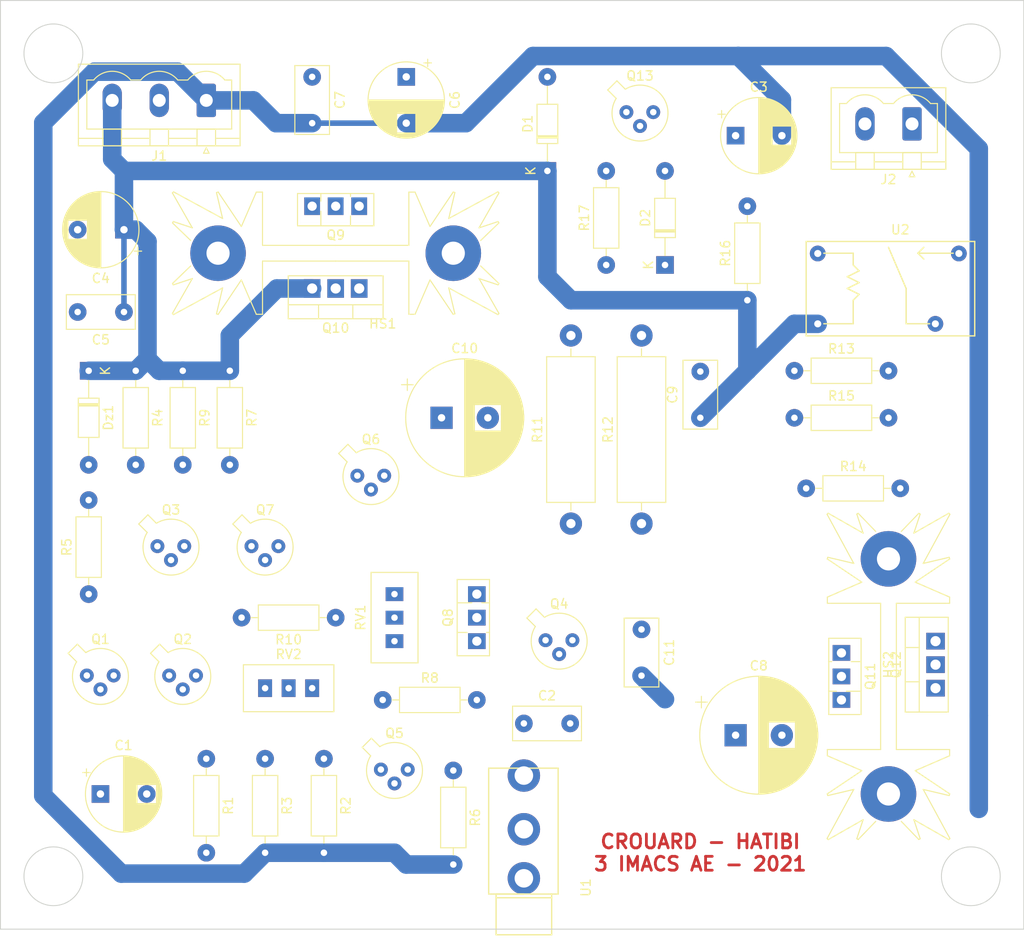
<source format=kicad_pcb>
(kicad_pcb (version 20171130) (host pcbnew "(5.1.9)-1")
  (title_block (title "Ampli Audio") (date 2021-03-17) (rev V0) (company "INSA GEI") (comment 1 "Auteurs : CROUARD - HATIBI"))
  (layers (0 F.Cu signal) (31 B.Cu signal) (34 B.Paste user) (35 F.Paste user) (36 B.SilkS user) (37 F.SilkS user) (38 B.Mask user) (39 F.Mask user) (44 Edge.Cuts user))
  (net 0 "")
  (net 1 "Net-(C1-Pad1)")
  (net 2 "Net-(C1-Pad2)")
  (net 3 "Net-(C2-Pad2)")
  (net 4 "Net-(C2-Pad1)")
  (net 5 -12V)
  (net 6 "Net-(C3-Pad1)")
  (net 7 +12V)
  (net 8 GND)
  (net 9 "Net-(D1-Pad2)")
  (net 10 "Net-(D2-Pad1)")
  (net 11 "Net-(Dz1-Pad2)")
  (net 12 "Net-(J2-Pad1)")
  (net 13 "Net-(Q1-Pad1)")
  (net 14 "Net-(Q2-Pad3)")
  (net 15 "Net-(Q2-Pad2)")
  (net 16 "Net-(Q3-Pad1)")
  (net 17 "Net-(Q4-Pad1)")
  (net 18 "Net-(Q5-Pad1)")
  (net 19 "Net-(Q6-Pad1)")
  (net 20 "Net-(Q6-Pad2)")
  (net 21 "Net-(Q6-Pad3)")
  (net 22 "Net-(Q7-Pad1)")
  (net 23 "Net-(Q8-Pad3)")
  (net 24 "Net-(Q10-Pad1)")
  (net 25 "Net-(Q10-Pad2)")
  (net 26 "Net-(Q11-Pad1)")
  (net 27 "Net-(Q11-Pad2)")
  (net 28 "Net-(R8-Pad2)")
  (net 29 "Net-(R10-Pad2)")
  (net 30 "Net-(R11-Pad2)")
  (net 31 "Net-(U1-PadTN)")
  (module CmpAmpliAudio:PhoenixContact_MSTBVA_2,5_2-G-5,08_1x02_P5.08mm_Vertical (layer F.Cu) (at 196.85 55.88 180)
    (fp_text reference J2 (at 2.54 -6) (layer F.SilkS))
    (fp_text value Conn_01x02)
    (pad 1 thru_hole roundrect (at 0 0 180) (size 2.08 3.6) (drill 1.4) (layers *.Cu *.Mask) (roundrect_rratio 0.120192) (net 12 "Net-(J2-Pad1)"))
    (pad 2 thru_hole oval (at 5.08 0 180) (size 2.08 3.6) (drill 1.4) (layers *.Cu *.Mask) (net 8 GND))
  )
  (module CmpAmpliAudio:CP_Radial_D8.0mm_P5.00mm (layer F.Cu) (at 109.22 128.27)
    (fp_text reference C1 (at 2.5 -5.25) (layer F.SilkS))
    (fp_text value 47µ)
    (pad 1 thru_hole rect (at 0 0) (size 1.9 1.9) (drill 0.8) (layers *.Cu *.Mask) (net 1 "Net-(C1-Pad1)"))
    (pad 2 thru_hole circle (at 5 0) (size 1.9 1.9) (drill 0.8) (layers *.Cu *.Mask) (net 2 "Net-(C1-Pad2)"))
  )
  (module CmpAmpliAudio:C_Rect_L7.2mm_W3.5mm_P5.00mm_FKS2_FKP2_MKS2_MKP2 (layer F.Cu) (at 154.94 120.65)
    (fp_text reference C2 (at 2.5 -3) (layer F.SilkS))
    (fp_text value C)
    (pad 2 thru_hole circle (at 5 0) (size 1.9 1.9) (drill 0.7) (layers *.Cu *.Mask) (net 3 "Net-(C2-Pad2)"))
    (pad 1 thru_hole circle (at 0 0) (size 1.9 1.9) (drill 0.7) (layers *.Cu *.Mask) (net 4 "Net-(C2-Pad1)"))
  )
  (module CmpAmpliAudio:CP_Radial_D8.0mm_P5.00mm (layer F.Cu) (at 177.8 57.15)
    (fp_text reference C3 (at 2.5 -5.25) (layer F.SilkS))
    (fp_text value 47µ)
    (pad 2 thru_hole circle (at 5 0) (size 1.9 1.9) (drill 0.8) (layers *.Cu *.Mask) (net 5 -12V))
    (pad 1 thru_hole rect (at 0 0) (size 1.9 1.9) (drill 0.8) (layers *.Cu *.Mask) (net 6 "Net-(C3-Pad1)"))
  )
  (module CmpAmpliAudio:CP_Radial_D8.0mm_P5.00mm (layer F.Cu) (at 111.76 67.31 180)
    (fp_text reference C4 (at 2.5 -5.25) (layer F.SilkS))
    (fp_text value 10µ)
    (pad 1 thru_hole rect (at 0 0 180) (size 1.9 1.9) (drill 0.8) (layers *.Cu *.Mask) (net 7 +12V))
    (pad 2 thru_hole circle (at 5 0 180) (size 1.9 1.9) (drill 0.8) (layers *.Cu *.Mask) (net 8 GND))
  )
  (module CmpAmpliAudio:C_Rect_L7.2mm_W3.5mm_P5.00mm_FKS2_FKP2_MKS2_MKP2 (layer F.Cu) (at 111.76 76.2 180)
    (fp_text reference C5 (at 2.5 -3) (layer F.SilkS))
    (fp_text value 100n)
    (pad 1 thru_hole circle (at 0 0 180) (size 1.9 1.9) (drill 0.7) (layers *.Cu *.Mask) (net 7 +12V))
    (pad 2 thru_hole circle (at 5 0 180) (size 1.9 1.9) (drill 0.7) (layers *.Cu *.Mask) (net 8 GND))
  )
  (module CmpAmpliAudio:CP_Radial_D8.0mm_P5.00mm (layer F.Cu) (at 142.24 50.8 270)
    (fp_text reference C6 (at 2.5 -5.25 90) (layer F.SilkS))
    (fp_text value 10µ)
    (pad 2 thru_hole circle (at 5 0 270) (size 1.9 1.9) (drill 0.8) (layers *.Cu *.Mask) (net 5 -12V))
    (pad 1 thru_hole rect (at 0 0 270) (size 1.9 1.9) (drill 0.8) (layers *.Cu *.Mask) (net 8 GND))
  )
  (module CmpAmpliAudio:C_Rect_L7.2mm_W3.5mm_P5.00mm_FKS2_FKP2_MKS2_MKP2 (layer F.Cu) (at 132.08 50.8 270)
    (fp_text reference C7 (at 2.5 -3 90) (layer F.SilkS))
    (fp_text value 100n)
    (pad 1 thru_hole circle (at 0 0 270) (size 1.9 1.9) (drill 0.7) (layers *.Cu *.Mask) (net 8 GND))
    (pad 2 thru_hole circle (at 5 0 270) (size 1.9 1.9) (drill 0.7) (layers *.Cu *.Mask) (net 5 -12V))
  )
  (module CmpAmpliAudio:CP_Radial_D12.5mm_P5.00mm (layer F.Cu) (at 177.8 121.92)
    (fp_text reference C8 (at 2.5 -7.5) (layer F.SilkS))
    (fp_text value 470µ)
    (pad 2 thru_hole circle (at 5 0) (size 2.4 2.4) (drill 0.8) (layers *.Cu *.Mask) (net 8 GND))
    (pad 1 thru_hole rect (at 0 0) (size 2.4 2.4) (drill 0.8) (layers *.Cu *.Mask) (net 7 +12V))
  )
  (module CmpAmpliAudio:C_Rect_L7.2mm_W3.5mm_P5.00mm_FKS2_FKP2_MKS2_MKP2 (layer F.Cu) (at 173.99 87.63 90)
    (fp_text reference C9 (at 2.5 -3 90) (layer F.SilkS))
    (fp_text value 100n)
    (pad 1 thru_hole circle (at 0 0 90) (size 1.9 1.9) (drill 0.7) (layers *.Cu *.Mask) (net 7 +12V))
    (pad 2 thru_hole circle (at 5 0 90) (size 1.9 1.9) (drill 0.7) (layers *.Cu *.Mask) (net 8 GND))
  )
  (module CmpAmpliAudio:CP_Radial_D12.5mm_P5.00mm (layer F.Cu) (at 146.05 87.63)
    (fp_text reference C10 (at 2.5 -7.5) (layer F.SilkS))
    (fp_text value 470µ)
    (pad 1 thru_hole rect (at 0 0) (size 2.4 2.4) (drill 0.8) (layers *.Cu *.Mask) (net 8 GND))
    (pad 2 thru_hole circle (at 5 0) (size 2.4 2.4) (drill 0.8) (layers *.Cu *.Mask) (net 5 -12V))
  )
  (module CmpAmpliAudio:C_Rect_L7.2mm_W3.5mm_P5.00mm_FKS2_FKP2_MKS2_MKP2 (layer F.Cu) (at 167.64 110.49 270)
    (fp_text reference C11 (at 2.5 -3 90) (layer F.SilkS))
    (fp_text value 100n)
    (pad 2 thru_hole circle (at 5 0 270) (size 1.9 1.9) (drill 0.7) (layers *.Cu *.Mask) (net 5 -12V))
    (pad 1 thru_hole circle (at 0 0 270) (size 1.9 1.9) (drill 0.7) (layers *.Cu *.Mask) (net 8 GND))
  )
  (module CmpAmpliAudio:D_DO-35_SOD27_P10.16mm_Horizontal (layer F.Cu) (at 157.48 60.96 90)
    (fp_text reference D1 (at 5.08 -2.12 90) (layer F.SilkS))
    (fp_text value 1N4148)
    (fp_text user K (at 0 -1.8 90) (layer F.SilkS))
    (pad 2 thru_hole oval (at 10.16 0 90) (size 1.9 1.9) (drill 0.7) (layers *.Cu *.Mask) (net 9 "Net-(D1-Pad2)"))
    (pad 1 thru_hole rect (at 0 0 90) (size 1.9 1.9) (drill 0.7) (layers *.Cu *.Mask) (net 7 +12V))
  )
  (module CmpAmpliAudio:D_DO-35_SOD27_P10.16mm_Horizontal (layer F.Cu) (at 170.18 71.12 90)
    (fp_text reference D2 (at 5.08 -2.12 90) (layer F.SilkS))
    (fp_text value 1N4148)
    (fp_text user K (at 0 -1.8 90) (layer F.SilkS))
    (pad 1 thru_hole rect (at 0 0 90) (size 1.9 1.9) (drill 0.7) (layers *.Cu *.Mask) (net 10 "Net-(D2-Pad1)"))
    (pad 2 thru_hole oval (at 10.16 0 90) (size 1.9 1.9) (drill 0.7) (layers *.Cu *.Mask) (net 6 "Net-(C3-Pad1)"))
  )
  (module CmpAmpliAudio:D_DO-35_SOD27_P10.16mm_Horizontal (layer F.Cu) (at 107.95 82.55 270)
    (fp_text reference Dz1 (at 5.08 -2.12 90) (layer F.SilkS))
    (fp_text value BZX55C5V1)
    (fp_text user K (at 0 -1.8 90) (layer F.SilkS))
    (pad 1 thru_hole rect (at 0 0 270) (size 1.9 1.9) (drill 0.7) (layers *.Cu *.Mask) (net 7 +12V))
    (pad 2 thru_hole oval (at 10.16 0 270) (size 1.9 1.9) (drill 0.7) (layers *.Cu *.Mask) (net 11 "Net-(Dz1-Pad2)"))
  )
  (module CmpAmpliAudio:Heatsink_Fischer_SK104-STC-STIC_35x13mm_2xDrill2.5mm (layer F.Cu) (at 134.62 69.85 180)
    (fp_text reference HS1 (at -5.08 -7.62) (layer F.SilkS))
    (fp_text value Heatsink)
    (pad 1 thru_hole circle (at 12.7 0 180) (size 6 6) (drill 2.5) (layers *.Cu *.Mask))
    (pad 1 thru_hole circle (at -12.7 0) (size 6 6) (drill 2.5) (layers *.Cu *.Mask))
  )
  (module CmpAmpliAudio:Heatsink_Fischer_SK104-STC-STIC_35x13mm_2xDrill2.5mm (layer F.Cu) (at 194.31 115.57 270)
    (fp_text reference HS2 (at -1.27 0 90) (layer F.SilkS))
    (fp_text value Heatsink)
    (pad 1 thru_hole circle (at -12.7 0 90) (size 6 6) (drill 2.5) (layers *.Cu *.Mask))
    (pad 1 thru_hole circle (at 12.7 0 270) (size 6 6) (drill 2.5) (layers *.Cu *.Mask))
  )
  (module CmpAmpliAudio:PhoenixContact_MSTBVA_2,5_3-G-5,08_1x03_P5.08mm_Vertical (layer F.Cu) (at 120.65 53.34 180)
    (fp_text reference J1 (at 5.08 -6) (layer F.SilkS))
    (fp_text value Conn_01x03)
    (pad 1 thru_hole roundrect (at 0 0 180) (size 2.08 3.6) (drill 1.4) (layers *.Cu *.Mask) (roundrect_rratio 0.120192) (net 5 -12V))
    (pad 2 thru_hole oval (at 5.08 0 180) (size 2.08 3.6) (drill 1.4) (layers *.Cu *.Mask) (net 8 GND))
    (pad 3 thru_hole oval (at 10.16 0 180) (size 2.08 3.6) (drill 1.4) (layers *.Cu *.Mask) (net 7 +12V))
  )
  (module CmpAmpliAudio:TO-18-3 (layer F.Cu) (at 107.95 115.57)
    (fp_text reference Q1 (at 1.27 -4.02) (layer F.SilkS))
    (fp_text value 2N2907)
    (pad 1 thru_hole circle (at -0.2 -0.1) (size 1.5 1.5) (drill 0.7) (layers *.Cu *.Mask) (net 13 "Net-(Q1-Pad1)"))
    (pad 2 thru_hole circle (at 1.27 1.4) (size 1.5 1.5) (drill 0.7) (layers *.Cu *.Mask) (net 1 "Net-(C1-Pad1)"))
    (pad 3 thru_hole circle (at 2.7 -0.1) (size 1.5 1.5) (drill 0.7) (layers *.Cu *.Mask) (net 3 "Net-(C2-Pad2)"))
  )
  (module CmpAmpliAudio:TO-18-3 (layer F.Cu) (at 116.84 115.57)
    (fp_text reference Q2 (at 1.27 -4.02) (layer F.SilkS))
    (fp_text value 2N2907)
    (pad 3 thru_hole circle (at 2.7 -0.1) (size 1.5 1.5) (drill 0.7) (layers *.Cu *.Mask) (net 14 "Net-(Q2-Pad3)"))
    (pad 2 thru_hole circle (at 1.27 1.4) (size 1.5 1.5) (drill 0.7) (layers *.Cu *.Mask) (net 15 "Net-(Q2-Pad2)"))
    (pad 1 thru_hole circle (at -0.2 -0.1) (size 1.5 1.5) (drill 0.7) (layers *.Cu *.Mask) (net 13 "Net-(Q1-Pad1)"))
  )
  (module CmpAmpliAudio:TO-18-3 (layer F.Cu) (at 115.57 101.6)
    (fp_text reference Q3 (at 1.27 -4.02) (layer F.SilkS))
    (fp_text value 2N2907)
    (pad 1 thru_hole circle (at -0.2 -0.1) (size 1.5 1.5) (drill 0.7) (layers *.Cu *.Mask) (net 16 "Net-(Q3-Pad1)"))
    (pad 2 thru_hole circle (at 1.27 1.4) (size 1.5 1.5) (drill 0.7) (layers *.Cu *.Mask) (net 11 "Net-(Dz1-Pad2)"))
    (pad 3 thru_hole circle (at 2.7 -0.1) (size 1.5 1.5) (drill 0.7) (layers *.Cu *.Mask) (net 13 "Net-(Q1-Pad1)"))
  )
  (module CmpAmpliAudio:TO-18-3 (layer F.Cu) (at 157.48 111.76)
    (fp_text reference Q4 (at 1.27 -4.02) (layer F.SilkS))
    (fp_text value 2N2222)
    (pad 3 thru_hole circle (at 2.7 -0.1) (size 1.5 1.5) (drill 0.7) (layers *.Cu *.Mask) (net 4 "Net-(C2-Pad1)"))
    (pad 2 thru_hole circle (at 1.27 1.4) (size 1.5 1.5) (drill 0.7) (layers *.Cu *.Mask) (net 3 "Net-(C2-Pad2)"))
    (pad 1 thru_hole circle (at -0.2 -0.1) (size 1.5 1.5) (drill 0.7) (layers *.Cu *.Mask) (net 17 "Net-(Q4-Pad1)"))
  )
  (module CmpAmpliAudio:TO-18-3 (layer F.Cu) (at 139.7 125.73)
    (fp_text reference Q5 (at 1.27 -4.02) (layer F.SilkS))
    (fp_text value 2N2222)
    (pad 1 thru_hole circle (at -0.2 -0.1) (size 1.5 1.5) (drill 0.7) (layers *.Cu *.Mask) (net 18 "Net-(Q5-Pad1)"))
    (pad 2 thru_hole circle (at 1.27 1.4) (size 1.5 1.5) (drill 0.7) (layers *.Cu *.Mask) (net 17 "Net-(Q4-Pad1)"))
    (pad 3 thru_hole circle (at 2.7 -0.1) (size 1.5 1.5) (drill 0.7) (layers *.Cu *.Mask) (net 4 "Net-(C2-Pad1)"))
  )
  (module CmpAmpliAudio:TO-18-3 (layer F.Cu) (at 137.16 93.98)
    (fp_text reference Q6 (at 1.27 -4.02) (layer F.SilkS))
    (fp_text value 2N2907)
    (pad 1 thru_hole circle (at -0.2 -0.1) (size 1.5 1.5) (drill 0.7) (layers *.Cu *.Mask) (net 19 "Net-(Q6-Pad1)"))
    (pad 2 thru_hole circle (at 1.27 1.4) (size 1.5 1.5) (drill 0.7) (layers *.Cu *.Mask) (net 20 "Net-(Q6-Pad2)"))
    (pad 3 thru_hole circle (at 2.7 -0.1) (size 1.5 1.5) (drill 0.7) (layers *.Cu *.Mask) (net 21 "Net-(Q6-Pad3)"))
  )
  (module CmpAmpliAudio:TO-18-3 (layer F.Cu) (at 125.73 101.6)
    (fp_text reference Q7 (at 1.27 -4.02) (layer F.SilkS))
    (fp_text value 2N2907)
    (pad 3 thru_hole circle (at 2.7 -0.1) (size 1.5 1.5) (drill 0.7) (layers *.Cu *.Mask) (net 20 "Net-(Q6-Pad2)"))
    (pad 2 thru_hole circle (at 1.27 1.4) (size 1.5 1.5) (drill 0.7) (layers *.Cu *.Mask) (net 20 "Net-(Q6-Pad2)"))
    (pad 1 thru_hole circle (at -0.2 -0.1) (size 1.5 1.5) (drill 0.7) (layers *.Cu *.Mask) (net 22 "Net-(Q7-Pad1)"))
  )
  (module CmpAmpliAudio:TO-126-3_Vertical (layer F.Cu) (at 149.86 111.76 90)
    (fp_text reference Q8 (at 2.54 -3.12 90) (layer F.SilkS))
    (fp_text value BD139)
    (pad 1 thru_hole rect (at 0 0 90) (size 1.7 1.9) (drill 1) (layers *.Cu *.Mask) (net 4 "Net-(C2-Pad1)"))
    (pad 2 thru_hole rect (at 2.54 0 90) (size 1.7 1.9) (drill 1) (layers *.Cu *.Mask) (net 21 "Net-(Q6-Pad3)"))
    (pad 3 thru_hole rect (at 5.08 0 90) (size 1.7 1.9) (drill 1) (layers *.Cu *.Mask) (net 23 "Net-(Q8-Pad3)"))
  )
  (module CmpAmpliAudio:TO-126-3_Vertical (layer F.Cu) (at 137.16 64.77 180)
    (fp_text reference Q9 (at 2.54 -3.12) (layer F.SilkS))
    (fp_text value BD139)
    (pad 3 thru_hole rect (at 5.08 0 180) (size 1.7 1.9) (drill 1) (layers *.Cu *.Mask) (net 21 "Net-(Q6-Pad3)"))
    (pad 2 thru_hole rect (at 2.54 0 180) (size 1.7 1.9) (drill 1) (layers *.Cu *.Mask) (net 24 "Net-(Q10-Pad1)"))
    (pad 1 thru_hole rect (at 0 0 180) (size 1.7 1.9) (drill 1) (layers *.Cu *.Mask) (net 25 "Net-(Q10-Pad2)"))
  )
  (module CmpAmpliAudio:TO-220-3_Vertical (layer F.Cu) (at 137.16 73.66 180)
    (fp_text reference Q10 (at 2.54 -4.27) (layer F.SilkS))
    (fp_text value TIP32)
    (pad 3 thru_hole rect (at 5.08 0 180) (size 1.8 2) (drill 1.1) (layers *.Cu *.Mask) (net 7 +12V))
    (pad 2 thru_hole rect (at 2.54 0 180) (size 1.8 2) (drill 1.1) (layers *.Cu *.Mask) (net 25 "Net-(Q10-Pad2)"))
    (pad 1 thru_hole rect (at 0 0 180) (size 1.8 2) (drill 1.1) (layers *.Cu *.Mask) (net 24 "Net-(Q10-Pad1)"))
  )
  (module CmpAmpliAudio:TO-126-3_Vertical (layer F.Cu) (at 189.23 113.03 270)
    (fp_text reference Q11 (at 2.54 -3.12 90) (layer F.SilkS))
    (fp_text value BD138)
    (pad 1 thru_hole rect (at 0 0 270) (size 1.7 1.9) (drill 1) (layers *.Cu *.Mask) (net 26 "Net-(Q11-Pad1)"))
    (pad 2 thru_hole rect (at 2.54 0 270) (size 1.7 1.9) (drill 1) (layers *.Cu *.Mask) (net 27 "Net-(Q11-Pad2)"))
    (pad 3 thru_hole rect (at 5.08 0 270) (size 1.7 1.9) (drill 1) (layers *.Cu *.Mask) (net 4 "Net-(C2-Pad1)"))
  )
  (module CmpAmpliAudio:TO-220-3_Vertical (layer F.Cu) (at 199.39 116.84 90)
    (fp_text reference Q12 (at 2.54 -4.27 90) (layer F.SilkS))
    (fp_text value TIP31)
    (pad 1 thru_hole rect (at 0 0 90) (size 1.8 2) (drill 1.1) (layers *.Cu *.Mask) (net 27 "Net-(Q11-Pad2)"))
    (pad 2 thru_hole rect (at 2.54 0 90) (size 1.8 2) (drill 1.1) (layers *.Cu *.Mask) (net 26 "Net-(Q11-Pad1)"))
    (pad 3 thru_hole rect (at 5.08 0 90) (size 1.8 2) (drill 1.1) (layers *.Cu *.Mask) (net 5 -12V))
  )
  (module CmpAmpliAudio:TO-18-3 (layer F.Cu) (at 166.21 54.71)
    (fp_text reference Q13 (at 1.27 -4.02) (layer F.SilkS))
    (fp_text value 2N2222)
    (pad 3 thru_hole circle (at 2.7 -0.1) (size 1.5 1.5) (drill 0.7) (layers *.Cu *.Mask) (net 9 "Net-(D1-Pad2)"))
    (pad 2 thru_hole circle (at 1.27 1.4) (size 1.5 1.5) (drill 0.7) (layers *.Cu *.Mask) (net 10 "Net-(D2-Pad1)"))
    (pad 1 thru_hole circle (at -0.2 -0.1) (size 1.5 1.5) (drill 0.7) (layers *.Cu *.Mask) (net 8 GND))
  )
  (module CmpAmpliAudio:R_Axial_DIN0207_L6.3mm_D2.5mm_P10.16mm_Horizontal (layer F.Cu) (at 120.65 124.46 270)
    (fp_text reference R1 (at 5.08 -2.37 90) (layer F.SilkS))
    (fp_text value R)
    (pad 2 thru_hole circle (at 10.16 0 270) (size 1.9 1.9) (drill 0.7) (layers *.Cu *.Mask) (net 8 GND))
    (pad 1 thru_hole circle (at 0 0 270) (size 1.9 1.9) (drill 0.7) (layers *.Cu *.Mask) (net 1 "Net-(C1-Pad1)"))
  )
  (module CmpAmpliAudio:R_Axial_DIN0207_L6.3mm_D2.5mm_P10.16mm_Horizontal (layer F.Cu) (at 133.35 124.46 270)
    (fp_text reference R2 (at 5.08 -2.37 90) (layer F.SilkS))
    (fp_text value R)
    (pad 1 thru_hole circle (at 0 0 270) (size 1.9 1.9) (drill 0.7) (layers *.Cu *.Mask) (net 3 "Net-(C2-Pad2)"))
    (pad 2 thru_hole circle (at 10.16 0 270) (size 1.9 1.9) (drill 0.7) (layers *.Cu *.Mask) (net 5 -12V))
  )
  (module CmpAmpliAudio:R_Axial_DIN0207_L6.3mm_D2.5mm_P10.16mm_Horizontal (layer F.Cu) (at 127 124.46 270)
    (fp_text reference R3 (at 5.08 -2.37 90) (layer F.SilkS))
    (fp_text value R)
    (pad 2 thru_hole circle (at 10.16 0 270) (size 1.9 1.9) (drill 0.7) (layers *.Cu *.Mask) (net 5 -12V))
    (pad 1 thru_hole circle (at 0 0 270) (size 1.9 1.9) (drill 0.7) (layers *.Cu *.Mask) (net 14 "Net-(Q2-Pad3)"))
  )
  (module CmpAmpliAudio:R_Axial_DIN0207_L6.3mm_D2.5mm_P10.16mm_Horizontal (layer F.Cu) (at 113.03 82.55 270)
    (fp_text reference R4 (at 5.08 -2.37 90) (layer F.SilkS))
    (fp_text value R)
    (pad 1 thru_hole circle (at 0 0 270) (size 1.9 1.9) (drill 0.7) (layers *.Cu *.Mask) (net 7 +12V))
    (pad 2 thru_hole circle (at 10.16 0 270) (size 1.9 1.9) (drill 0.7) (layers *.Cu *.Mask) (net 16 "Net-(Q3-Pad1)"))
  )
  (module CmpAmpliAudio:R_Axial_DIN0207_L6.3mm_D2.5mm_P10.16mm_Horizontal (layer F.Cu) (at 107.95 106.68 90)
    (fp_text reference R5 (at 5.08 -2.37 90) (layer F.SilkS))
    (fp_text value R)
    (pad 1 thru_hole circle (at 0 0 90) (size 1.9 1.9) (drill 0.7) (layers *.Cu *.Mask) (net 11 "Net-(Dz1-Pad2)"))
    (pad 2 thru_hole circle (at 10.16 0 90) (size 1.9 1.9) (drill 0.7) (layers *.Cu *.Mask) (net 8 GND))
  )
  (module CmpAmpliAudio:R_Axial_DIN0207_L6.3mm_D2.5mm_P10.16mm_Horizontal (layer F.Cu) (at 147.32 125.73 270)
    (fp_text reference R6 (at 5.08 -2.37 90) (layer F.SilkS))
    (fp_text value R)
    (pad 2 thru_hole circle (at 10.16 0 270) (size 1.9 1.9) (drill 0.7) (layers *.Cu *.Mask) (net 5 -12V))
    (pad 1 thru_hole circle (at 0 0 270) (size 1.9 1.9) (drill 0.7) (layers *.Cu *.Mask) (net 18 "Net-(Q5-Pad1)"))
  )
  (module CmpAmpliAudio:R_Axial_DIN0207_L6.3mm_D2.5mm_P10.16mm_Horizontal (layer F.Cu) (at 123.19 82.55 270)
    (fp_text reference R7 (at 5.08 -2.37 90) (layer F.SilkS))
    (fp_text value R)
    (pad 2 thru_hole circle (at 10.16 0 270) (size 1.9 1.9) (drill 0.7) (layers *.Cu *.Mask) (net 19 "Net-(Q6-Pad1)"))
    (pad 1 thru_hole circle (at 0 0 270) (size 1.9 1.9) (drill 0.7) (layers *.Cu *.Mask) (net 7 +12V))
  )
  (module CmpAmpliAudio:R_Axial_DIN0207_L6.3mm_D2.5mm_P10.16mm_Horizontal (layer F.Cu) (at 139.7 118.11)
    (fp_text reference R8 (at 5.08 -2.37) (layer F.SilkS))
    (fp_text value R)
    (pad 1 thru_hole circle (at 0 0) (size 1.9 1.9) (drill 0.7) (layers *.Cu *.Mask) (net 4 "Net-(C2-Pad1)"))
    (pad 2 thru_hole circle (at 10.16 0) (size 1.9 1.9) (drill 0.7) (layers *.Cu *.Mask) (net 28 "Net-(R8-Pad2)"))
  )
  (module CmpAmpliAudio:R_Axial_DIN0207_L6.3mm_D2.5mm_P10.16mm_Horizontal (layer F.Cu) (at 118.11 82.55 270)
    (fp_text reference R9 (at 5.08 -2.37 90) (layer F.SilkS))
    (fp_text value R)
    (pad 1 thru_hole circle (at 0 0 270) (size 1.9 1.9) (drill 0.7) (layers *.Cu *.Mask) (net 7 +12V))
    (pad 2 thru_hole circle (at 10.16 0 270) (size 1.9 1.9) (drill 0.7) (layers *.Cu *.Mask) (net 22 "Net-(Q7-Pad1)"))
  )
  (module CmpAmpliAudio:R_Axial_DIN0207_L6.3mm_D2.5mm_P10.16mm_Horizontal (layer F.Cu) (at 134.62 109.22 180)
    (fp_text reference R10 (at 5.08 -2.37) (layer F.SilkS))
    (fp_text value R)
    (pad 1 thru_hole circle (at 0 0 180) (size 1.9 1.9) (drill 0.7) (layers *.Cu *.Mask) (net 20 "Net-(Q6-Pad2)"))
    (pad 2 thru_hole circle (at 10.16 0 180) (size 1.9 1.9) (drill 0.7) (layers *.Cu *.Mask) (net 29 "Net-(R10-Pad2)"))
  )
  (module CmpAmpliAudio:R_Axial_DIN0516_L15.5mm_D5.0mm_P20.32mm_Horizontal (layer F.Cu) (at 160.02 99.06 90)
    (fp_text reference R11 (at 10.16 -3.62 90) (layer F.SilkS))
    (fp_text value R)
    (pad 2 thru_hole oval (at 20.32 0 90) (size 2.4 2.4) (drill 1) (layers *.Cu *.Mask) (net 30 "Net-(R11-Pad2)"))
    (pad 1 thru_hole circle (at 0 0 90) (size 2.4 2.4) (drill 1) (layers *.Cu *.Mask) (net 25 "Net-(Q10-Pad2)"))
  )
  (module CmpAmpliAudio:R_Axial_DIN0516_L15.5mm_D5.0mm_P20.32mm_Horizontal (layer F.Cu) (at 167.64 99.06 90)
    (fp_text reference R12 (at 10.16 -3.62 90) (layer F.SilkS))
    (fp_text value R)
    (pad 1 thru_hole circle (at 0 0 90) (size 2.4 2.4) (drill 1) (layers *.Cu *.Mask) (net 30 "Net-(R11-Pad2)"))
    (pad 2 thru_hole oval (at 20.32 0 90) (size 2.4 2.4) (drill 1) (layers *.Cu *.Mask) (net 26 "Net-(Q11-Pad1)"))
  )
  (module CmpAmpliAudio:R_Axial_DIN0207_L6.3mm_D2.5mm_P10.16mm_Horizontal (layer F.Cu) (at 184.15 82.55)
    (fp_text reference R13 (at 5.08 -2.37) (layer F.SilkS))
    (fp_text value R)
    (pad 1 thru_hole circle (at 0 0) (size 1.9 1.9) (drill 0.7) (layers *.Cu *.Mask) (net 30 "Net-(R11-Pad2)"))
    (pad 2 thru_hole circle (at 10.16 0) (size 1.9 1.9) (drill 0.7) (layers *.Cu *.Mask) (net 8 GND))
  )
  (module CmpAmpliAudio:R_Axial_DIN0207_L6.3mm_D2.5mm_P10.16mm_Horizontal (layer F.Cu) (at 185.42 95.25)
    (fp_text reference R14 (at 5.08 -2.37) (layer F.SilkS))
    (fp_text value R)
    (pad 2 thru_hole circle (at 10.16 0) (size 1.9 1.9) (drill 0.7) (layers *.Cu *.Mask) (net 15 "Net-(Q2-Pad2)"))
    (pad 1 thru_hole circle (at 0 0) (size 1.9 1.9) (drill 0.7) (layers *.Cu *.Mask) (net 30 "Net-(R11-Pad2)"))
  )
  (module CmpAmpliAudio:R_Axial_DIN0207_L6.3mm_D2.5mm_P10.16mm_Horizontal (layer F.Cu) (at 184.15 87.63)
    (fp_text reference R15 (at 5.08 -2.37) (layer F.SilkS))
    (fp_text value R)
    (pad 1 thru_hole circle (at 0 0) (size 1.9 1.9) (drill 0.7) (layers *.Cu *.Mask) (net 15 "Net-(Q2-Pad2)"))
    (pad 2 thru_hole circle (at 10.16 0) (size 1.9 1.9) (drill 0.7) (layers *.Cu *.Mask) (net 8 GND))
  )
  (module CmpAmpliAudio:R_Axial_DIN0207_L6.3mm_D2.5mm_P10.16mm_Horizontal (layer F.Cu) (at 179.07 74.93 90)
    (fp_text reference R16 (at 5.08 -2.37 90) (layer F.SilkS))
    (fp_text value R)
    (pad 2 thru_hole circle (at 10.16 0 90) (size 1.9 1.9) (drill 0.7) (layers *.Cu *.Mask) (net 6 "Net-(C3-Pad1)"))
    (pad 1 thru_hole circle (at 0 0 90) (size 1.9 1.9) (drill 0.7) (layers *.Cu *.Mask) (net 7 +12V))
  )
  (module CmpAmpliAudio:R_Axial_DIN0207_L6.3mm_D2.5mm_P10.16mm_Horizontal (layer F.Cu) (at 163.83 71.12 90)
    (fp_text reference R17 (at 5.08 -2.37 90) (layer F.SilkS))
    (fp_text value R)
    (pad 2 thru_hole circle (at 10.16 0 90) (size 1.9 1.9) (drill 0.7) (layers *.Cu *.Mask) (net 8 GND))
    (pad 1 thru_hole circle (at 0 0 90) (size 1.9 1.9) (drill 0.7) (layers *.Cu *.Mask) (net 10 "Net-(D2-Pad1)"))
  )
  (module CmpAmpliAudio:Potentiometer_Bourns_3296W_Vertical (layer F.Cu) (at 140.97 106.68 90)
    (fp_text reference RV1 (at -2.54 -3.66 90) (layer F.SilkS))
    (fp_text value R_POT)
    (pad 3 thru_hole rect (at -5.08 0 90) (size 1.5 1.9) (drill 0.7) (layers *.Cu *.Mask) (net 28 "Net-(R8-Pad2)"))
    (pad 2 thru_hole rect (at -2.54 0 90) (size 1.5 1.9) (drill 0.7) (layers *.Cu *.Mask) (net 23 "Net-(Q8-Pad3)"))
    (pad 1 thru_hole rect (at 0 0 90) (size 1.5 1.9) (drill 0.7) (layers *.Cu *.Mask) (net 21 "Net-(Q6-Pad3)"))
  )
  (module CmpAmpliAudio:Potentiometer_Bourns_3296W_Vertical (layer F.Cu) (at 132.08 116.84)
    (fp_text reference RV2 (at -2.54 -3.66) (layer F.SilkS))
    (fp_text value R_POT)
    (pad 1 thru_hole rect (at 0 0) (size 1.5 1.9) (drill 0.7) (layers *.Cu *.Mask) (net 29 "Net-(R10-Pad2)"))
    (pad 2 thru_hole rect (at -2.54 0) (size 1.5 1.9) (drill 0.7) (layers *.Cu *.Mask) (net 29 "Net-(R10-Pad2)"))
    (pad 3 thru_hole rect (at -5.08 0) (size 1.5 1.9) (drill 0.7) (layers *.Cu *.Mask) (net 8 GND))
  )
  (module CmpAmpliAudio:Jack_35RAPC2AV (layer F.Cu) (at 154.94 139.48 90)
    (fp_text reference U1 (at 1.1 6.7 90) (layer F.SilkS))
    (fp_text value Jack_Mono)
    (pad TN thru_hole circle (at 13.2 0 90) (size 3.5 3.5) (drill 2) (layers *.Cu *.Mask) (net 31 "Net-(U1-PadTN)"))
    (pad G thru_hole circle (at 2.1 0 90) (size 3.5 3.5) (drill 2) (layers *.Cu *.Mask) (net 8 GND))
    (pad T thru_hole circle (at 7.4 0 90) (size 3.5 3.5) (drill 2) (layers *.Cu *.Mask) (net 2 "Net-(C1-Pad2)"))
  )
  (module Routage_Ampli:Relay_CT (layer F.Cu) (at 194.31 67.31)
    (fp_text reference U2 (at 1.27 0) (layer F.SilkS))
    (fp_text value Relay_1CT)
    (pad c2 thru_hole circle (at 5.06 10.17 90) (size 1.7 1.7) (drill 0.762) (layers *.Cu *.Mask) (net 12 "Net-(J2-Pad1)"))
    (pad c1 thru_hole circle (at 7.6 2.57) (size 1.7 1.7) (drill 0.762) (layers *.Cu *.Mask) (net 30 "Net-(R11-Pad2)"))
    (pad b2 thru_hole circle (at -7.64 10.17) (size 1.7 1.7) (drill 0.762) (layers *.Cu *.Mask) (net 7 +12V))
    (pad b1 thru_hole circle (at -7.64 2.57) (size 1.7 1.7) (drill 0.762) (layers *.Cu *.Mask) (net 9 "Net-(D1-Pad2)"))
  )
  (gr_text "CROUARD - HATIBI\n3 IMACS AE - 2021" (at 173.99 134.62) (layer F.Cu) (effects (font (size 1.5 1.5) (thickness 0.3))))
  (gr_circle (center 203.2 48.26) (end 203.2 51.435) (layer Edge.Cuts) (width 0.1))
  (gr_circle (center 203.2 137.16) (end 203.2 140.335) (layer Edge.Cuts) (width 0.1))
  (gr_circle (center 104.14 137.16) (end 104.14 140.335) (layer Edge.Cuts) (width 0.1))
  (gr_circle (center 104.14 48.26) (end 107.315 48.26) (layer Edge.Cuts) (width 0.1))
  (gr_line (start 208.915 42.545) (end 98.425 42.545) (layer Edge.Cuts) (width 0.1))
  (gr_line (start 208.915 142.875) (end 208.915 42.545) (layer Edge.Cuts) (width 0.1))
  (gr_line (start 98.425 142.875) (end 208.915 142.875) (layer Edge.Cuts) (width 0.1))
  (gr_line (start 98.425 42.545) (end 98.425 142.875) (layer Edge.Cuts) (width 0.1))
  (segment (start 132.08 55.8) (end 142.24 55.8) (width 0.6) (layer B.Cu) (net 5))
  (segment (start 127 134.62) (end 133.35 134.62) (width 2) (layer B.Cu) (net 5))
  (segment (start 133.35 134.62) (end 140.97 134.62) (width 2) (layer B.Cu) (net 5))
  (segment (start 142.24 135.89) (end 147.32 135.89) (width 2) (layer B.Cu) (net 5))
  (segment (start 140.97 134.62) (end 142.24 135.89) (width 2) (layer B.Cu) (net 5))
  (segment (start 103.047023 55.758874) (end 103.047023 128.447023) (width 2) (layer B.Cu) (net 5))
  (segment (start 108.565907 50.23999) (end 103.047023 55.758874) (width 2) (layer B.Cu) (net 5))
  (segment (start 117.54999 50.23999) (end 108.565907 50.23999) (width 2) (layer B.Cu) (net 5))
  (segment (start 120.65 53.34) (end 117.54999 50.23999) (width 2) (layer B.Cu) (net 5))
  (segment (start 124.749999 136.870001) (end 127 134.62) (width 2) (layer B.Cu) (net 5))
  (segment (start 111.470001 136.870001) (end 124.749999 136.870001) (width 2) (layer B.Cu) (net 5))
  (segment (start 103.047023 128.447023) (end 111.470001 136.870001) (width 2) (layer B.Cu) (net 5))
  (segment (start 182.8 53.26) (end 182.8 57.15) (width 2) (layer B.Cu) (net 5))
  (segment (start 178.089999 48.549999) (end 182.8 53.26) (width 2) (layer B.Cu) (net 5))
  (segment (start 194.052047 48.549999) (end 204.060001 58.557953) (width 2) (layer B.Cu) (net 5))
  (segment (start 178.089999 48.549999) (end 194.052047 48.549999) (width 2) (layer B.Cu) (net 5))
  (segment (start 170.18 118.03) (end 167.64 115.49) (width 2) (layer B.Cu) (net 5))
  (segment (start 128.19 55.8) (end 132.08 55.8) (width 2) (layer B.Cu) (net 5))
  (segment (start 125.73 53.34) (end 128.19 55.8) (width 2) (layer B.Cu) (net 5))
  (segment (start 120.65 53.34) (end 125.73 53.34) (width 2) (layer B.Cu) (net 5))
  (segment (start 155.920001 48.549999) (end 178.089999 48.549999) (width 2) (layer B.Cu) (net 5))
  (segment (start 148.67 55.8) (end 155.920001 48.549999) (width 2) (layer B.Cu) (net 5))
  (segment (start 142.24 55.8) (end 148.67 55.8) (width 2) (layer B.Cu) (net 5))
  (segment (start 204.060001 119.789999) (end 204.060001 129.88064) (width 2) (layer B.Cu) (net 5))
  (segment (start 204.060001 58.557953) (end 204.060001 119.789999) (width 2) (layer B.Cu) (net 5))
  (segment (start 111.76 67.31) (end 111.76 76.2) (width 0.6) (layer B.Cu) (net 7))
  (segment (start 110.49 53.34) (end 110.49 59.69) (width 2) (layer B.Cu) (net 7))
  (segment (start 111.76 60.96) (end 111.76 67.31) (width 2) (layer B.Cu) (net 7))
  (segment (start 110.49 59.69) (end 111.76 60.96) (width 2) (layer B.Cu) (net 7))
  (segment (start 179.07 82.55) (end 179.07 74.93) (width 2) (layer B.Cu) (net 7))
  (segment (start 173.99 87.63) (end 179.07 82.55) (width 2) (layer B.Cu) (net 7))
  (segment (start 184.14 77.48) (end 179.07 82.55) (width 2) (layer B.Cu) (net 7))
  (segment (start 186.67 77.48) (end 184.14 77.48) (width 2) (layer B.Cu) (net 7))
  (segment (start 111.76 67.31) (end 113.03 67.31) (width 2) (layer B.Cu) (net 7))
  (segment (start 113.03 67.31) (end 114.3 68.58) (width 2) (layer B.Cu) (net 7))
  (segment (start 114.3 81.28) (end 113.03 82.55) (width 2) (layer B.Cu) (net 7))
  (segment (start 114.3 68.58) (end 114.3 81.28) (width 2) (layer B.Cu) (net 7))
  (segment (start 115.57 82.55) (end 114.3 81.28) (width 2) (layer B.Cu) (net 7))
  (segment (start 118.11 82.55) (end 115.57 82.55) (width 2) (layer B.Cu) (net 7))
  (segment (start 118.11 82.55) (end 123.19 82.55) (width 2) (layer B.Cu) (net 7))
  (segment (start 107.95 82.55) (end 113.03 82.55) (width 2) (layer B.Cu) (net 7))
  (segment (start 132.08 73.66) (end 128.27 73.66) (width 2) (layer B.Cu) (net 7))
  (segment (start 123.19 78.74) (end 123.19 82.55) (width 2) (layer B.Cu) (net 7))
  (segment (start 128.27 73.66) (end 123.19 78.74) (width 2) (layer B.Cu) (net 7))
  (segment (start 179.07 74.93) (end 160.02 74.93) (width 2) (layer B.Cu) (net 7))
  (segment (start 157.48 72.39) (end 157.48 60.96) (width 2) (layer B.Cu) (net 7))
  (segment (start 160.02 74.93) (end 157.48 72.39) (width 2) (layer B.Cu) (net 7))
  (segment (start 157.48 60.96) (end 111.76 60.96) (width 2) (layer B.Cu) (net 7))
)
</source>
